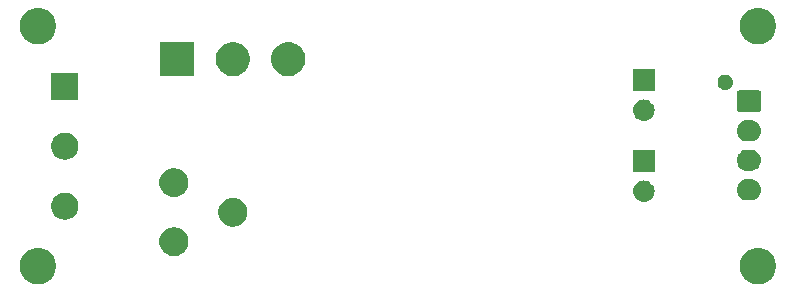
<source format=gbr>
G04 #@! TF.GenerationSoftware,KiCad,Pcbnew,(5.1.4)-1*
G04 #@! TF.CreationDate,2019-10-29T10:28:28+00:00*
G04 #@! TF.ProjectId,timer-board,74696d65-722d-4626-9f61-72642e6b6963,rev?*
G04 #@! TF.SameCoordinates,Original*
G04 #@! TF.FileFunction,Soldermask,Bot*
G04 #@! TF.FilePolarity,Negative*
%FSLAX46Y46*%
G04 Gerber Fmt 4.6, Leading zero omitted, Abs format (unit mm)*
G04 Created by KiCad (PCBNEW (5.1.4)-1) date 2019-10-29 10:28:28*
%MOMM*%
%LPD*%
G04 APERTURE LIST*
%ADD10C,0.100000*%
G04 APERTURE END LIST*
D10*
G36*
X369872585Y-124208802D02*
G01*
X370022410Y-124238604D01*
X370304674Y-124355521D01*
X370558705Y-124525259D01*
X370774741Y-124741295D01*
X370944479Y-124995326D01*
X371061396Y-125277590D01*
X371121000Y-125577240D01*
X371121000Y-125882760D01*
X371061396Y-126182410D01*
X370944479Y-126464674D01*
X370774741Y-126718705D01*
X370558705Y-126934741D01*
X370304674Y-127104479D01*
X370022410Y-127221396D01*
X369872585Y-127251198D01*
X369722761Y-127281000D01*
X369417239Y-127281000D01*
X369267415Y-127251198D01*
X369117590Y-127221396D01*
X368835326Y-127104479D01*
X368581295Y-126934741D01*
X368365259Y-126718705D01*
X368195521Y-126464674D01*
X368078604Y-126182410D01*
X368019000Y-125882760D01*
X368019000Y-125577240D01*
X368078604Y-125277590D01*
X368195521Y-124995326D01*
X368365259Y-124741295D01*
X368581295Y-124525259D01*
X368835326Y-124355521D01*
X369117590Y-124238604D01*
X369267415Y-124208802D01*
X369417239Y-124179000D01*
X369722761Y-124179000D01*
X369872585Y-124208802D01*
X369872585Y-124208802D01*
G37*
G36*
X308912585Y-124208802D02*
G01*
X309062410Y-124238604D01*
X309344674Y-124355521D01*
X309598705Y-124525259D01*
X309814741Y-124741295D01*
X309984479Y-124995326D01*
X310101396Y-125277590D01*
X310161000Y-125577240D01*
X310161000Y-125882760D01*
X310101396Y-126182410D01*
X309984479Y-126464674D01*
X309814741Y-126718705D01*
X309598705Y-126934741D01*
X309344674Y-127104479D01*
X309062410Y-127221396D01*
X308912585Y-127251198D01*
X308762761Y-127281000D01*
X308457239Y-127281000D01*
X308307415Y-127251198D01*
X308157590Y-127221396D01*
X307875326Y-127104479D01*
X307621295Y-126934741D01*
X307405259Y-126718705D01*
X307235521Y-126464674D01*
X307118604Y-126182410D01*
X307059000Y-125882760D01*
X307059000Y-125577240D01*
X307118604Y-125277590D01*
X307235521Y-124995326D01*
X307405259Y-124741295D01*
X307621295Y-124525259D01*
X307875326Y-124355521D01*
X308157590Y-124238604D01*
X308307415Y-124208802D01*
X308457239Y-124179000D01*
X308762761Y-124179000D01*
X308912585Y-124208802D01*
X308912585Y-124208802D01*
G37*
G36*
X320358205Y-122460461D02*
G01*
X320476153Y-122483922D01*
X320568194Y-122522047D01*
X320698359Y-122575963D01*
X320898342Y-122709587D01*
X321068413Y-122879658D01*
X321202037Y-123079641D01*
X321294078Y-123301848D01*
X321341000Y-123537741D01*
X321341000Y-123778259D01*
X321294078Y-124014152D01*
X321202037Y-124236359D01*
X321068413Y-124436342D01*
X320898342Y-124606413D01*
X320698359Y-124740037D01*
X320568194Y-124793953D01*
X320476153Y-124832078D01*
X320240259Y-124879000D01*
X319999741Y-124879000D01*
X319763847Y-124832078D01*
X319671806Y-124793953D01*
X319541641Y-124740037D01*
X319341658Y-124606413D01*
X319171587Y-124436342D01*
X319037963Y-124236359D01*
X318945922Y-124014152D01*
X318899000Y-123778259D01*
X318899000Y-123537741D01*
X318945922Y-123301848D01*
X319037963Y-123079641D01*
X319171587Y-122879658D01*
X319341658Y-122709587D01*
X319541641Y-122575963D01*
X319671806Y-122522047D01*
X319763847Y-122483922D01*
X319881795Y-122460461D01*
X319999741Y-122437000D01*
X320240259Y-122437000D01*
X320358205Y-122460461D01*
X320358205Y-122460461D01*
G37*
G36*
X325476153Y-119983922D02*
G01*
X325545817Y-120012778D01*
X325698359Y-120075963D01*
X325898342Y-120209587D01*
X326068413Y-120379658D01*
X326202037Y-120579641D01*
X326255953Y-120709806D01*
X326278138Y-120763364D01*
X326294078Y-120801848D01*
X326341000Y-121037741D01*
X326341000Y-121278259D01*
X326294078Y-121514152D01*
X326202037Y-121736359D01*
X326068413Y-121936342D01*
X325898342Y-122106413D01*
X325698359Y-122240037D01*
X325568194Y-122293953D01*
X325476153Y-122332078D01*
X325358205Y-122355539D01*
X325240259Y-122379000D01*
X324999741Y-122379000D01*
X324881795Y-122355539D01*
X324763847Y-122332078D01*
X324671806Y-122293953D01*
X324541641Y-122240037D01*
X324341658Y-122106413D01*
X324171587Y-121936342D01*
X324037963Y-121736359D01*
X323945922Y-121514152D01*
X323899000Y-121278259D01*
X323899000Y-121037741D01*
X323945922Y-120801848D01*
X323961863Y-120763364D01*
X323984047Y-120709806D01*
X324037963Y-120579641D01*
X324171587Y-120379658D01*
X324341658Y-120209587D01*
X324541641Y-120075963D01*
X324694183Y-120012778D01*
X324763847Y-119983922D01*
X324999741Y-119937000D01*
X325240259Y-119937000D01*
X325476153Y-119983922D01*
X325476153Y-119983922D01*
G37*
G36*
X311120549Y-119521116D02*
G01*
X311231734Y-119543232D01*
X311441203Y-119629997D01*
X311629720Y-119755960D01*
X311790040Y-119916280D01*
X311916003Y-120104797D01*
X312002768Y-120314266D01*
X312047000Y-120536636D01*
X312047000Y-120763364D01*
X312002768Y-120985734D01*
X311916003Y-121195203D01*
X311790040Y-121383720D01*
X311629720Y-121544040D01*
X311441203Y-121670003D01*
X311231734Y-121756768D01*
X311120549Y-121778884D01*
X311009365Y-121801000D01*
X310782635Y-121801000D01*
X310671451Y-121778884D01*
X310560266Y-121756768D01*
X310350797Y-121670003D01*
X310162280Y-121544040D01*
X310001960Y-121383720D01*
X309875997Y-121195203D01*
X309789232Y-120985734D01*
X309745000Y-120763364D01*
X309745000Y-120536636D01*
X309789232Y-120314266D01*
X309875997Y-120104797D01*
X310001960Y-119916280D01*
X310162280Y-119755960D01*
X310350797Y-119629997D01*
X310560266Y-119543232D01*
X310671451Y-119521116D01*
X310782635Y-119499000D01*
X311009365Y-119499000D01*
X311120549Y-119521116D01*
X311120549Y-119521116D01*
G37*
G36*
X360028442Y-118485518D02*
G01*
X360094627Y-118492037D01*
X360264466Y-118543557D01*
X360420991Y-118627222D01*
X360456729Y-118656552D01*
X360558186Y-118739814D01*
X360641448Y-118841271D01*
X360670778Y-118877009D01*
X360754443Y-119033534D01*
X360805963Y-119203373D01*
X360823359Y-119380000D01*
X360805963Y-119556627D01*
X360754443Y-119726466D01*
X360670778Y-119882991D01*
X360656667Y-119900185D01*
X360558186Y-120020186D01*
X360490219Y-120075964D01*
X360420991Y-120132778D01*
X360264466Y-120216443D01*
X360094627Y-120267963D01*
X360028442Y-120274482D01*
X359962260Y-120281000D01*
X359873740Y-120281000D01*
X359807558Y-120274482D01*
X359741373Y-120267963D01*
X359571534Y-120216443D01*
X359415009Y-120132778D01*
X359345781Y-120075964D01*
X359277814Y-120020186D01*
X359179333Y-119900185D01*
X359165222Y-119882991D01*
X359081557Y-119726466D01*
X359030037Y-119556627D01*
X359012641Y-119380000D01*
X359030037Y-119203373D01*
X359081557Y-119033534D01*
X359165222Y-118877009D01*
X359194552Y-118841271D01*
X359277814Y-118739814D01*
X359379271Y-118656552D01*
X359415009Y-118627222D01*
X359571534Y-118543557D01*
X359741373Y-118492037D01*
X359807558Y-118485518D01*
X359873740Y-118479000D01*
X359962260Y-118479000D01*
X360028442Y-118485518D01*
X360028442Y-118485518D01*
G37*
G36*
X369043443Y-118365519D02*
G01*
X369109627Y-118372037D01*
X369279466Y-118423557D01*
X369435991Y-118507222D01*
X369471729Y-118536552D01*
X369573186Y-118619814D01*
X369656448Y-118721271D01*
X369685778Y-118757009D01*
X369769443Y-118913534D01*
X369820963Y-119083373D01*
X369838359Y-119260000D01*
X369820963Y-119436627D01*
X369769443Y-119606466D01*
X369685778Y-119762991D01*
X369656448Y-119798729D01*
X369573186Y-119900186D01*
X369471729Y-119983448D01*
X369435991Y-120012778D01*
X369279466Y-120096443D01*
X369109627Y-120147963D01*
X369043442Y-120154482D01*
X368977260Y-120161000D01*
X368638740Y-120161000D01*
X368572558Y-120154482D01*
X368506373Y-120147963D01*
X368336534Y-120096443D01*
X368180009Y-120012778D01*
X368144271Y-119983448D01*
X368042814Y-119900186D01*
X367959552Y-119798729D01*
X367930222Y-119762991D01*
X367846557Y-119606466D01*
X367795037Y-119436627D01*
X367777641Y-119260000D01*
X367795037Y-119083373D01*
X367846557Y-118913534D01*
X367930222Y-118757009D01*
X367959552Y-118721271D01*
X368042814Y-118619814D01*
X368144271Y-118536552D01*
X368180009Y-118507222D01*
X368336534Y-118423557D01*
X368506373Y-118372037D01*
X368572557Y-118365519D01*
X368638740Y-118359000D01*
X368977260Y-118359000D01*
X369043443Y-118365519D01*
X369043443Y-118365519D01*
G37*
G36*
X320476153Y-117483922D02*
G01*
X320545817Y-117512778D01*
X320698359Y-117575963D01*
X320898342Y-117709587D01*
X321068413Y-117879658D01*
X321202037Y-118079641D01*
X321255953Y-118209806D01*
X321294078Y-118301847D01*
X321341000Y-118537741D01*
X321341000Y-118778259D01*
X321294078Y-119014152D01*
X321202037Y-119236359D01*
X321068413Y-119436342D01*
X320898342Y-119606413D01*
X320698359Y-119740037D01*
X320568194Y-119793953D01*
X320476153Y-119832078D01*
X320358205Y-119855539D01*
X320240259Y-119879000D01*
X319999741Y-119879000D01*
X319881795Y-119855539D01*
X319763847Y-119832078D01*
X319671806Y-119793953D01*
X319541641Y-119740037D01*
X319341658Y-119606413D01*
X319171587Y-119436342D01*
X319037963Y-119236359D01*
X318945922Y-119014152D01*
X318899000Y-118778259D01*
X318899000Y-118537741D01*
X318945922Y-118301847D01*
X318984047Y-118209806D01*
X319037963Y-118079641D01*
X319171587Y-117879658D01*
X319341658Y-117709587D01*
X319541641Y-117575963D01*
X319694183Y-117512778D01*
X319763847Y-117483922D01*
X319999741Y-117437000D01*
X320240259Y-117437000D01*
X320476153Y-117483922D01*
X320476153Y-117483922D01*
G37*
G36*
X360819000Y-117741000D02*
G01*
X359017000Y-117741000D01*
X359017000Y-115939000D01*
X360819000Y-115939000D01*
X360819000Y-117741000D01*
X360819000Y-117741000D01*
G37*
G36*
X369043442Y-115865518D02*
G01*
X369109627Y-115872037D01*
X369279466Y-115923557D01*
X369435991Y-116007222D01*
X369471729Y-116036552D01*
X369573186Y-116119814D01*
X369656448Y-116221271D01*
X369685778Y-116257009D01*
X369769443Y-116413534D01*
X369820963Y-116583373D01*
X369838359Y-116760000D01*
X369820963Y-116936627D01*
X369769443Y-117106466D01*
X369685778Y-117262991D01*
X369656448Y-117298729D01*
X369573186Y-117400186D01*
X369471729Y-117483448D01*
X369435991Y-117512778D01*
X369279466Y-117596443D01*
X369109627Y-117647963D01*
X369043442Y-117654482D01*
X368977260Y-117661000D01*
X368638740Y-117661000D01*
X368572558Y-117654482D01*
X368506373Y-117647963D01*
X368336534Y-117596443D01*
X368180009Y-117512778D01*
X368144271Y-117483448D01*
X368042814Y-117400186D01*
X367959552Y-117298729D01*
X367930222Y-117262991D01*
X367846557Y-117106466D01*
X367795037Y-116936627D01*
X367777641Y-116760000D01*
X367795037Y-116583373D01*
X367846557Y-116413534D01*
X367930222Y-116257009D01*
X367959552Y-116221271D01*
X368042814Y-116119814D01*
X368144271Y-116036552D01*
X368180009Y-116007222D01*
X368336534Y-115923557D01*
X368506373Y-115872037D01*
X368572558Y-115865518D01*
X368638740Y-115859000D01*
X368977260Y-115859000D01*
X369043442Y-115865518D01*
X369043442Y-115865518D01*
G37*
G36*
X311097971Y-114436625D02*
G01*
X311231734Y-114463232D01*
X311441203Y-114549997D01*
X311629720Y-114675960D01*
X311790040Y-114836280D01*
X311916003Y-115024797D01*
X312002768Y-115234266D01*
X312047000Y-115456636D01*
X312047000Y-115683364D01*
X312002768Y-115905734D01*
X311916003Y-116115203D01*
X311790040Y-116303720D01*
X311629720Y-116464040D01*
X311441203Y-116590003D01*
X311231734Y-116676768D01*
X311120549Y-116698884D01*
X311009365Y-116721000D01*
X310782635Y-116721000D01*
X310671451Y-116698884D01*
X310560266Y-116676768D01*
X310350797Y-116590003D01*
X310162280Y-116464040D01*
X310001960Y-116303720D01*
X309875997Y-116115203D01*
X309789232Y-115905734D01*
X309745000Y-115683364D01*
X309745000Y-115456636D01*
X309789232Y-115234266D01*
X309875997Y-115024797D01*
X310001960Y-114836280D01*
X310162280Y-114675960D01*
X310350797Y-114549997D01*
X310560266Y-114463232D01*
X310694029Y-114436625D01*
X310782635Y-114419000D01*
X311009365Y-114419000D01*
X311097971Y-114436625D01*
X311097971Y-114436625D01*
G37*
G36*
X369043442Y-113365518D02*
G01*
X369109627Y-113372037D01*
X369279466Y-113423557D01*
X369435991Y-113507222D01*
X369471729Y-113536552D01*
X369573186Y-113619814D01*
X369656448Y-113721271D01*
X369685778Y-113757009D01*
X369769443Y-113913534D01*
X369820963Y-114083373D01*
X369838359Y-114260000D01*
X369820963Y-114436627D01*
X369769443Y-114606466D01*
X369685778Y-114762991D01*
X369656448Y-114798729D01*
X369573186Y-114900186D01*
X369471729Y-114983448D01*
X369435991Y-115012778D01*
X369279466Y-115096443D01*
X369109627Y-115147963D01*
X369043442Y-115154482D01*
X368977260Y-115161000D01*
X368638740Y-115161000D01*
X368572558Y-115154482D01*
X368506373Y-115147963D01*
X368336534Y-115096443D01*
X368180009Y-115012778D01*
X368144271Y-114983448D01*
X368042814Y-114900186D01*
X367959552Y-114798729D01*
X367930222Y-114762991D01*
X367846557Y-114606466D01*
X367795037Y-114436627D01*
X367777641Y-114260000D01*
X367795037Y-114083373D01*
X367846557Y-113913534D01*
X367930222Y-113757009D01*
X367959552Y-113721271D01*
X368042814Y-113619814D01*
X368144271Y-113536552D01*
X368180009Y-113507222D01*
X368336534Y-113423557D01*
X368506373Y-113372037D01*
X368572558Y-113365518D01*
X368638740Y-113359000D01*
X368977260Y-113359000D01*
X369043442Y-113365518D01*
X369043442Y-113365518D01*
G37*
G36*
X360028442Y-111627518D02*
G01*
X360094627Y-111634037D01*
X360264466Y-111685557D01*
X360420991Y-111769222D01*
X360456729Y-111798552D01*
X360558186Y-111881814D01*
X360641448Y-111983271D01*
X360670778Y-112019009D01*
X360754443Y-112175534D01*
X360805963Y-112345373D01*
X360823359Y-112522000D01*
X360805963Y-112698627D01*
X360754443Y-112868466D01*
X360670778Y-113024991D01*
X360641448Y-113060729D01*
X360558186Y-113162186D01*
X360456729Y-113245448D01*
X360420991Y-113274778D01*
X360264466Y-113358443D01*
X360094627Y-113409963D01*
X360028442Y-113416482D01*
X359962260Y-113423000D01*
X359873740Y-113423000D01*
X359807558Y-113416482D01*
X359741373Y-113409963D01*
X359571534Y-113358443D01*
X359415009Y-113274778D01*
X359379271Y-113245448D01*
X359277814Y-113162186D01*
X359194552Y-113060729D01*
X359165222Y-113024991D01*
X359081557Y-112868466D01*
X359030037Y-112698627D01*
X359012641Y-112522000D01*
X359030037Y-112345373D01*
X359081557Y-112175534D01*
X359165222Y-112019009D01*
X359194552Y-111983271D01*
X359277814Y-111881814D01*
X359379271Y-111798552D01*
X359415009Y-111769222D01*
X359571534Y-111685557D01*
X359741373Y-111634037D01*
X359807558Y-111627518D01*
X359873740Y-111621000D01*
X359962260Y-111621000D01*
X360028442Y-111627518D01*
X360028442Y-111627518D01*
G37*
G36*
X369691600Y-110862989D02*
G01*
X369724652Y-110873015D01*
X369755103Y-110889292D01*
X369781799Y-110911201D01*
X369803708Y-110937897D01*
X369819985Y-110968348D01*
X369830011Y-111001400D01*
X369834000Y-111041903D01*
X369834000Y-112478097D01*
X369830011Y-112518600D01*
X369819985Y-112551652D01*
X369803708Y-112582103D01*
X369781799Y-112608799D01*
X369755103Y-112630708D01*
X369724652Y-112646985D01*
X369691600Y-112657011D01*
X369651097Y-112661000D01*
X367964903Y-112661000D01*
X367924400Y-112657011D01*
X367891348Y-112646985D01*
X367860897Y-112630708D01*
X367834201Y-112608799D01*
X367812292Y-112582103D01*
X367796015Y-112551652D01*
X367785989Y-112518600D01*
X367782000Y-112478097D01*
X367782000Y-111041903D01*
X367785989Y-111001400D01*
X367796015Y-110968348D01*
X367812292Y-110937897D01*
X367834201Y-110911201D01*
X367860897Y-110889292D01*
X367891348Y-110873015D01*
X367924400Y-110862989D01*
X367964903Y-110859000D01*
X369651097Y-110859000D01*
X369691600Y-110862989D01*
X369691600Y-110862989D01*
G37*
G36*
X312047000Y-111641000D02*
G01*
X309745000Y-111641000D01*
X309745000Y-109339000D01*
X312047000Y-109339000D01*
X312047000Y-111641000D01*
X312047000Y-111641000D01*
G37*
G36*
X360819000Y-110883000D02*
G01*
X359017000Y-110883000D01*
X359017000Y-109081000D01*
X360819000Y-109081000D01*
X360819000Y-110883000D01*
X360819000Y-110883000D01*
G37*
G36*
X366997890Y-109534017D02*
G01*
X367116364Y-109583091D01*
X367222988Y-109654335D01*
X367313665Y-109745012D01*
X367384909Y-109851636D01*
X367433983Y-109970110D01*
X367459000Y-110095882D01*
X367459000Y-110224118D01*
X367433983Y-110349890D01*
X367384909Y-110468364D01*
X367313665Y-110574988D01*
X367222988Y-110665665D01*
X367116364Y-110736909D01*
X367116363Y-110736910D01*
X367116362Y-110736910D01*
X366997890Y-110785983D01*
X366872119Y-110811000D01*
X366743881Y-110811000D01*
X366618110Y-110785983D01*
X366499638Y-110736910D01*
X366499637Y-110736910D01*
X366499636Y-110736909D01*
X366393012Y-110665665D01*
X366302335Y-110574988D01*
X366231091Y-110468364D01*
X366182017Y-110349890D01*
X366157000Y-110224118D01*
X366157000Y-110095882D01*
X366182017Y-109970110D01*
X366231091Y-109851636D01*
X366302335Y-109745012D01*
X366393012Y-109654335D01*
X366499636Y-109583091D01*
X366618110Y-109534017D01*
X366743881Y-109509000D01*
X366872119Y-109509000D01*
X366997890Y-109534017D01*
X366997890Y-109534017D01*
G37*
G36*
X321862650Y-109645650D02*
G01*
X318979350Y-109645650D01*
X318979350Y-106762350D01*
X321862650Y-106762350D01*
X321862650Y-109645650D01*
X321862650Y-109645650D01*
G37*
G36*
X325301625Y-106770234D02*
G01*
X325540514Y-106817751D01*
X325802878Y-106926426D01*
X326038999Y-107084197D01*
X326239803Y-107285001D01*
X326397574Y-107521122D01*
X326506249Y-107783486D01*
X326561650Y-108062010D01*
X326561650Y-108345990D01*
X326506249Y-108624514D01*
X326397574Y-108886878D01*
X326239803Y-109122999D01*
X326038999Y-109323803D01*
X325802878Y-109481574D01*
X325540514Y-109590249D01*
X325301625Y-109637766D01*
X325261991Y-109645650D01*
X324978009Y-109645650D01*
X324938375Y-109637766D01*
X324699486Y-109590249D01*
X324437122Y-109481574D01*
X324201001Y-109323803D01*
X324000197Y-109122999D01*
X323842426Y-108886878D01*
X323733751Y-108624514D01*
X323678350Y-108345990D01*
X323678350Y-108062010D01*
X323733751Y-107783486D01*
X323842426Y-107521122D01*
X324000197Y-107285001D01*
X324201001Y-107084197D01*
X324437122Y-106926426D01*
X324699486Y-106817751D01*
X324938375Y-106770234D01*
X324978009Y-106762350D01*
X325261991Y-106762350D01*
X325301625Y-106770234D01*
X325301625Y-106770234D01*
G37*
G36*
X330000625Y-106770234D02*
G01*
X330239514Y-106817751D01*
X330501878Y-106926426D01*
X330737999Y-107084197D01*
X330938803Y-107285001D01*
X331096574Y-107521122D01*
X331205249Y-107783486D01*
X331260650Y-108062010D01*
X331260650Y-108345990D01*
X331205249Y-108624514D01*
X331096574Y-108886878D01*
X330938803Y-109122999D01*
X330737999Y-109323803D01*
X330501878Y-109481574D01*
X330239514Y-109590249D01*
X330000625Y-109637766D01*
X329960991Y-109645650D01*
X329677009Y-109645650D01*
X329637375Y-109637766D01*
X329398486Y-109590249D01*
X329136122Y-109481574D01*
X328900001Y-109323803D01*
X328699197Y-109122999D01*
X328541426Y-108886878D01*
X328432751Y-108624514D01*
X328377350Y-108345990D01*
X328377350Y-108062010D01*
X328432751Y-107783486D01*
X328541426Y-107521122D01*
X328699197Y-107285001D01*
X328900001Y-107084197D01*
X329136122Y-106926426D01*
X329398486Y-106817751D01*
X329637375Y-106770234D01*
X329677009Y-106762350D01*
X329960991Y-106762350D01*
X330000625Y-106770234D01*
X330000625Y-106770234D01*
G37*
G36*
X369872585Y-103888802D02*
G01*
X370022410Y-103918604D01*
X370304674Y-104035521D01*
X370558705Y-104205259D01*
X370774741Y-104421295D01*
X370944479Y-104675326D01*
X371061396Y-104957590D01*
X371121000Y-105257240D01*
X371121000Y-105562760D01*
X371061396Y-105862410D01*
X370944479Y-106144674D01*
X370774741Y-106398705D01*
X370558705Y-106614741D01*
X370304674Y-106784479D01*
X370022410Y-106901396D01*
X369872585Y-106931198D01*
X369722761Y-106961000D01*
X369417239Y-106961000D01*
X369267415Y-106931198D01*
X369117590Y-106901396D01*
X368835326Y-106784479D01*
X368581295Y-106614741D01*
X368365259Y-106398705D01*
X368195521Y-106144674D01*
X368078604Y-105862410D01*
X368019000Y-105562760D01*
X368019000Y-105257240D01*
X368078604Y-104957590D01*
X368195521Y-104675326D01*
X368365259Y-104421295D01*
X368581295Y-104205259D01*
X368835326Y-104035521D01*
X369117590Y-103918604D01*
X369267415Y-103888802D01*
X369417239Y-103859000D01*
X369722761Y-103859000D01*
X369872585Y-103888802D01*
X369872585Y-103888802D01*
G37*
G36*
X308912585Y-103888802D02*
G01*
X309062410Y-103918604D01*
X309344674Y-104035521D01*
X309598705Y-104205259D01*
X309814741Y-104421295D01*
X309984479Y-104675326D01*
X310101396Y-104957590D01*
X310161000Y-105257240D01*
X310161000Y-105562760D01*
X310101396Y-105862410D01*
X309984479Y-106144674D01*
X309814741Y-106398705D01*
X309598705Y-106614741D01*
X309344674Y-106784479D01*
X309062410Y-106901396D01*
X308912585Y-106931198D01*
X308762761Y-106961000D01*
X308457239Y-106961000D01*
X308307415Y-106931198D01*
X308157590Y-106901396D01*
X307875326Y-106784479D01*
X307621295Y-106614741D01*
X307405259Y-106398705D01*
X307235521Y-106144674D01*
X307118604Y-105862410D01*
X307059000Y-105562760D01*
X307059000Y-105257240D01*
X307118604Y-104957590D01*
X307235521Y-104675326D01*
X307405259Y-104421295D01*
X307621295Y-104205259D01*
X307875326Y-104035521D01*
X308157590Y-103918604D01*
X308307415Y-103888802D01*
X308457239Y-103859000D01*
X308762761Y-103859000D01*
X308912585Y-103888802D01*
X308912585Y-103888802D01*
G37*
M02*

</source>
